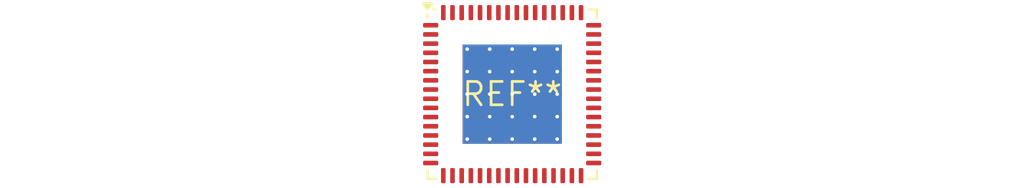
<source format=kicad_pcb>
(kicad_pcb (version 20240108) (generator pcbnew)
  (layers (0 "F.Cu" signal) (31 "B.Cu" signal) (34 "B.Paste" user) (35 "F.Paste" user) (36 "B.SilkS" user "B.Silkscreen") (37 "F.SilkS" user "F.Silkscreen") (38 "B.Mask" user) (39 "F.Mask" user) (44 "Edge.Cuts" user))
  (net 0 "")
  (footprint "QFN-64-1EP_9x9mm_P0.5mm_EP5.4x5.4mm_ThermalVias" (layer "F.Cu") (at 0 0)
    (property "Reference" "REF**")
    (property "Value" "QFN-64-1EP_9x9mm_P0.5mm_EP5.4x5.4mm_ThermalVias")
    (fp_line (start -4.61 -4.135) (end -4.61 -4.37) (layer "F.SilkS") (stroke (width 0.12)))
    (fp_line (start -4.61 4.61) (end -4.61 4.135) (layer "F.SilkS") (stroke (width 0.12)))
    (fp_line (start -4.135 -4.61) (end -4.31 -4.61) (layer "F.SilkS") (stroke (width 0.12)))
    (fp_line (start -4.135 4.61) (end -4.61 4.61) (layer "F.SilkS") (stroke (width 0.12)))
    (fp_line (start 4.135 -4.61) (end 4.61 -4.61) (layer "F.SilkS") (stroke (width 0.12)))
    (fp_line (start 4.135 4.61) (end 4.61 4.61) (layer "F.SilkS") (stroke (width 0.12)))
    (fp_line (start 4.61 -4.61) (end 4.61 -4.135) (layer "F.SilkS") (stroke (width 0.12)))
    (fp_line (start 4.61 4.61) (end 4.61 4.135) (layer "F.SilkS") (stroke (width 0.12)))
    (fp_poly (pts (xy -4.61 -4.61) (xy -4.85 -4.94) (xy -4.37 -4.94) (xy -4.61 -4.61)) (layer "F.SilkS") (stroke (width 0.12)) (fill solid))
    (pad "1" smd roundrect (at -4.4375 -3.75) (size 0.825 0.25) (layers "F.Cu" "F.Paste" "F.Mask"))
    (pad "2" smd roundrect (at -4.4375 -3.25) (size 0.825 0.25) (layers "F.Cu" "F.Paste" "F.Mask"))
    (pad "3" smd roundrect (at -4.4375 -2.75) (size 0.825 0.25) (layers "F.Cu" "F.Paste" "F.Mask"))
    (pad "4" smd roundrect (at -4.4375 -2.25) (size 0.825 0.25) (layers "F.Cu" "F.Paste" "F.Mask"))
    (pad "5" smd roundrect (at -4.4375 -1.75) (size 0.825 0.25) (layers "F.Cu" "F.Paste" "F.Mask"))
    (pad "6" smd roundrect (at -4.4375 -1.25) (size 0.825 0.25) (layers "F.Cu" "F.Paste" "F.Mask"))
    (pad "7" smd roundrect (at -4.4375 -0.75) (size 0.825 0.25) (layers "F.Cu" "F.Paste" "F.Mask"))
    (pad "8" smd roundrect (at -4.4375 -0.25) (size 0.825 0.25) (layers "F.Cu" "F.Paste" "F.Mask"))
    (pad "9" smd roundrect (at -4.4375 0.25) (size 0.825 0.25) (layers "F.Cu" "F.Paste" "F.Mask"))
    (pad "10" smd roundrect (at -4.4375 0.75) (size 0.825 0.25) (layers "F.Cu" "F.Paste" "F.Mask"))
    (pad "11" smd roundrect (at -4.4375 1.25) (size 0.825 0.25) (layers "F.Cu" "F.Paste" "F.Mask"))
    (pad "12" smd roundrect (at -4.4375 1.75) (size 0.825 0.25) (layers "F.Cu" "F.Paste" "F.Mask"))
    (pad "13" smd roundrect (at -4.4375 2.25) (size 0.825 0.25) (layers "F.Cu" "F.Paste" "F.Mask"))
    (pad "14" smd roundrect (at -4.4375 2.75) (size 0.825 0.25) (layers "F.Cu" "F.Paste" "F.Mask"))
    (pad "15" smd roundrect (at -4.4375 3.25) (size 0.825 0.25) (layers "F.Cu" "F.Paste" "F.Mask"))
    (pad "16" smd roundrect (at -4.4375 3.75) (size 0.825 0.25) (layers "F.Cu" "F.Paste" "F.Mask"))
    (pad "17" smd roundrect (at -3.75 4.4375) (size 0.25 0.825) (layers "F.Cu" "F.Paste" "F.Mask"))
    (pad "18" smd roundrect (at -3.25 4.4375) (size 0.25 0.825) (layers "F.Cu" "F.Paste" "F.Mask"))
    (pad "19" smd roundrect (at -2.75 4.4375) (size 0.25 0.825) (layers "F.Cu" "F.Paste" "F.Mask"))
    (pad "20" smd roundrect (at -2.25 4.4375) (size 0.25 0.825) (layers "F.Cu" "F.Paste" "F.Mask"))
    (pad "21" smd roundrect (at -1.75 4.4375) (size 0.25 0.825) (layers "F.Cu" "F.Paste" "F.Mask"))
    (pad "22" smd roundrect (at -1.25 4.4375) (size 0.25 0.825) (layers "F.Cu" "F.Paste" "F.Mask"))
    (pad "23" smd roundrect (at -0.75 4.4375) (size 0.25 0.825) (layers "F.Cu" "F.Paste" "F.Mask"))
    (pad "24" smd roundrect (at -0.25 4.4375) (size 0.25 0.825) (layers "F.Cu" "F.Paste" "F.Mask"))
    (pad "25" smd roundrect (at 0.25 4.4375) (size 0.25 0.825) (layers "F.Cu" "F.Paste" "F.Mask"))
    (pad "26" smd roundrect (at 0.75 4.4375) (size 0.25 0.825) (layers "F.Cu" "F.Paste" "F.Mask"))
    (pad "27" smd roundrect (at 1.25 4.4375) (size 0.25 0.825) (layers "F.Cu" "F.Paste" "F.Mask"))
    (pad "28" smd roundrect (at 1.75 4.4375) (size 0.25 0.825) (layers "F.Cu" "F.Paste" "F.Mask"))
    (pad "29" smd roundrect (at 2.25 4.4375) (size 0.25 0.825) (layers "F.Cu" "F.Paste" "F.Mask"))
    (pad "30" smd roundrect (at 2.75 4.4375) (size 0.25 0.825) (layers "F.Cu" "F.Paste" "F.Mask"))
    (pad "31" smd roundrect (at 3.25 4.4375) (size 0.25 0.825) (layers "F.Cu" "F.Paste" "F.Mask"))
    (pad "32" smd roundrect (at 3.75 4.4375) (size 0.25 0.825) (layers "F.Cu" "F.Paste" "F.Mask"))
    (pad "33" smd roundrect (at 4.4375 3.75) (size 0.825 0.25) (layers "F.Cu" "F.Paste" "F.Mask"))
    (pad "34" smd roundrect (at 4.4375 3.25) (size 0.825 0.25) (layers "F.Cu" "F.Paste" "F.Mask"))
    (pad "35" smd roundrect (at 4.4375 2.75) (size 0.825 0.25) (layers "F.Cu" "F.Paste" "F.Mask"))
    (pad "36" smd roundrect (at 4.4375 2.25) (size 0.825 0.25) (layers "F.Cu" "F.Paste" "F.Mask"))
    (pad "37" smd roundrect (at 4.4375 1.75) (size 0.825 0.25) (layers "F.Cu" "F.Paste" "F.Mask"))
    (pad "38" smd roundrect (at 4.4375 1.25) (size 0.825 0.25) (layers "F.Cu" "F.Paste" "F.Mask"))
    (pad "39" smd roundrect (at 4.4375 0.75) (size 0.825 0.25) (layers "F.Cu" "F.Paste" "F.Mask"))
    (pad "40" smd roundrect (at 4.4375 0.25) (size 0.825 0.25) (layers "F.Cu" "F.Paste" "F.Mask"))
    (pad "41" smd roundrect (at 4.4375 -0.25) (size 0.825 0.25) (layers "F.Cu" "F.Paste" "F.Mask"))
    (pad "42" smd roundrect (at 4.4375 -0.75) (size 0.825 0.25) (layers "F.Cu" "F.Paste" "F.Mask"))
    (pad "43" smd roundrect (at 4.4375 -1.25) (size 0.825 0.25) (layers "F.Cu" "F.Paste" "F.Mask"))
    (pad "44" smd roundrect (at 4.4375 -1.75) (size 0.825 0.25) (layers "F.Cu" "F.Paste" "F.Mask"))
    (pad "45" smd roundrect (at 4.4375 -2.25) (size 0.825 0.25) (layers "F.Cu" "F.Paste" "F.Mask"))
    (pad "46" smd roundrect (at 4.4375 -2.75) (size 0.825 0.25) (layers "F.Cu" "F.Paste" "F.Mask"))
    (pad "47" smd roundrect (at 4.4375 -3.25) (size 0.825 0.25) (layers "F.Cu" "F.Paste" "F.Mask"))
    (pad "48" smd roundrect (at 4.4375 -3.75) (size 0.825 0.25) (layers "F.Cu" "F.Paste" "F.Mask"))
    (pad "49" smd roundrect (at 3.75 -4.4375) (size 0.25 0.825) (layers "F.Cu" "F.Paste" "F.Mask"))
    (pad "50" smd roundrect (at 3.25 -4.4375) (size 0.25 0.825) (layers "F.Cu" "F.Paste" "F.Mask"))
    (pad "51" smd roundrect (at 2.75 -4.4375) (size 0.25 0.825) (layers "F.Cu" "F.Paste" "F.Mask"))
    (pad "52" smd roundrect (at 2.25 -4.4375) (size 0.25 0.825) (layers "F.Cu" "F.Paste" "F.Mask"))
    (pad "53" smd roundrect (at 1.75 -4.4375) (size 0.25 0.825) (layers "F.Cu" "F.Paste" "F.Mask"))
    (pad "54" smd roundrect (at 1.25 -4.4375) (size 0.25 0.825) (layers "F.Cu" "F.Paste" "F.Mask"))
    (pad "55" smd roundrect (at 0.75 -4.4375) (size 0.25 0.825) (layers "F.Cu" "F.Paste" "F.Mask"))
    (pad "56" smd roundrect (at 0.25 -4.4375) (size 0.25 0.825) (layers "F.Cu" "F.Paste" "F.Mask"))
    (pad "57" smd roundrect (at -0.25 -4.4375) (size 0.25 0.825) (layers "F.Cu" "F.Paste" "F.Mask"))
    (pad "58" smd roundrect (at -0.75 -4.4375) (size 0.25 0.825) (layers "F.Cu" "F.Paste" "F.Mask"))
    (pad "59" smd roundrect (at -1.25 -4.4375) (size 0.25 0.825) (layers "F.Cu" "F.Paste" "F.Mask"))
    (pad "60" smd roundrect (at -1.75 -4.4375) (size 0.25 0.825) (layers "F.Cu" "F.Paste" "F.Mask"))
    (pad "61" smd roundrect (at -2.25 -4.4375) (size 0.25 0.825) (layers "F.Cu" "F.Paste" "F.Mask"))
    (pad "62" smd roundrect (at -2.75 -4.4375) (size 0.25 0.825) (layers "F.Cu" "F.Paste" "F.Mask"))
    (pad "63" smd roundrect (at -3.25 -4.4375) (size 0.25 0.825) (layers "F.Cu" "F.Paste" "F.Mask"))
    (pad "64" smd roundrect (at -3.75 -4.4375) (size 0.25 0.825) (layers "F.Cu" "F.Paste" "F.Mask"))
    (pad "65" thru_hole circle (at -2.45 -2.45) (size 0.5 0.5) (drill 0.2) (property pad_prop_heatsink) (layers *.Cu) (remove_unused_layers))
    (pad "65" thru_hole circle (at -2.45 -1.225) (size 0.5 0.5) (drill 0.2) (property pad_prop_heatsink) (layers *.Cu) (remove_unused_layers))
    (pad "65" thru_hole circle (at -2.45 0) (size 0.5 0.5) (drill 0.2) (property pad_prop_heatsink) (layers *.Cu) (remove_unused_layers))
    (pad "65" thru_hole circle (at -2.45 1.225) (size 0.5 0.5) (drill 0.2) (property pad_prop_heatsink) (layers *.Cu) (remove_unused_layers))
    (pad "65" thru_hole circle (at -2.45 2.45) (size 0.5 0.5) (drill 0.2) (property pad_prop_heatsink) (layers *.Cu) (remove_unused_layers))
    (pad "65" thru_hole circle (at -1.225 -2.45) (size 0.5 0.5) (drill 0.2) (property pad_prop_heatsink) (layers *.Cu) (remove_unused_layers))
    (pad "65" thru_hole circle (at -1.225 -1.225) (size 0.5 0.5) (drill 0.2) (property pad_prop_heatsink) (layers *.Cu) (remove_unused_layers))
    (pad "65" thru_hole circle (at -1.225 0) (size 0.5 0.5) (drill 0.2) (property pad_prop_heatsink) (layers *.Cu) (remove_unused_layers))
    (pad "65" thru_hole circle (at -1.225 1.225) (size 0.5 0.5) (drill 0.2) (property pad_prop_heatsink) (layers *.Cu) (remove_unused_layers))
    (pad "65" thru_hole circle (at -1.225 2.45) (size 0.5 0.5) (drill 0.2) (property pad_prop_heatsink) (layers *.Cu) (remove_unused_layers))
    (pad "65" thru_hole circle (at 0 -2.45) (size 0.5 0.5) (drill 0.2) (property pad_prop_heatsink) (layers *.Cu) (remove_unused_layers))
    (pad "65" thru_hole circle (at 0 -1.225) (size 0.5 0.5) (drill 0.2) (property pad_prop_heatsink) (layers *.Cu) (remove_unused_layers))
    (pad "65" thru_hole circle (at 0 0) (size 0.5 0.5) (drill 0.2) (property pad_prop_heatsink) (layers *.Cu) (remove_unused_layers))
    (pad "65" smd rect (at 0 0) (size 5.4 5.4) (property pad_prop_heatsink) (layers "F.Cu" "F.Mask"))
    (pad "65" smd rect (at 0 0) (size 5.4 5.4) (property pad_prop_heatsink) (layers "B.Cu"))
    (pad "65" thru_hole circle (at 0 1.225) (size 0.5 0.5) (drill 0.2) (property pad_prop_heatsink) (layers *.Cu) (remove_unused_layers))
    (pad "65" thru_hole circle (at 0 2.45) (size 0.5 0.5) (drill 0.2) (property pad_prop_heatsink) (layers *.Cu) (remove_unused_layers))
    (pad "65" thru_hole circle (at 1.225 -2.45) (size 0.5 0.5) (drill 0.2) (property pad_prop_heatsink) (layers *.Cu) (remove_unused_layers))
    (pad "65" thru_hole circle (at 1.225 -1.225) (size 0.5 0.5) (drill 0.2) (property pad_prop_heatsink) (layers *.Cu) (remove_unused_layers))
    (pad "65" thru_hole circle (at 1.225 0) (size 0.5 0.5) (drill 0.2) (property pad_prop_heatsink) (layers *.Cu) (remove_unused_layers))
    (pad "65" thru_hole circle (at 1.225 1.225) (size 0.5 0.5) (drill 0.2) (property pad_prop_heatsink) (layers *.Cu) (remove_unused_layers))
    (pad "65" thru_hole circle (at 1.225 2.45) (size 0.5 0.5) (drill 0.2) (property pad_prop_heatsink) (layers *.Cu) (remove_unused_layers))
    (pad "65" thru_hole circle (at 2.45 -2.45) (size 0.5 0.5) (drill 0.2) (property pad_prop_heatsink) (layers *.Cu) (remove_unused_layers))
    (pad "65" thru_hole circle (at 2.45 -1.225) (size 0.5 0.5) (drill 0.2) (property pad_prop_heatsink) (layers *.Cu) (remove_unused_layers))
    (pad "65" thru_hole circle (at 2.45 0) (size 0.5 0.5) (drill 0.2) (property pad_prop_heatsink) (layers *.Cu) (remove_unused_layers))
    (pad "65" thru_hole circle (at 2.45 1.225) (size 0.5 0.5) (drill 0.2) (property pad_prop_heatsink) (layers *.Cu) (remove_unused_layers))
    (pad "65" thru_hole circle (at 2.45 2.45) (size 0.5 0.5) (drill 0.2) (property pad_prop_heatsink) (layers *.Cu) (remove_unused_layers))
  )
)
</source>
